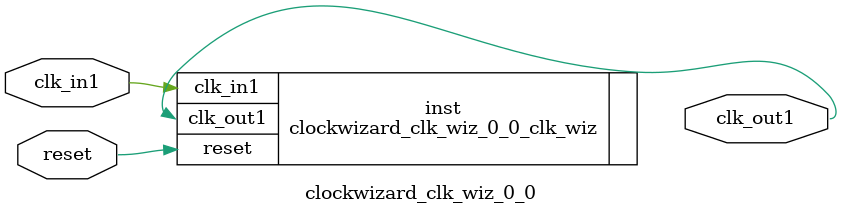
<source format=v>


`timescale 1ps/1ps

(* CORE_GENERATION_INFO = "clockwizard_clk_wiz_0_0,clk_wiz_v6_0_15_0_0,{component_name=clockwizard_clk_wiz_0_0,use_phase_alignment=true,use_min_o_jitter=false,use_max_i_jitter=false,use_dyn_phase_shift=false,use_inclk_switchover=false,use_dyn_reconfig=false,enable_axi=0,feedback_source=FDBK_AUTO,PRIMITIVE=MMCM,num_out_clk=1,clkin1_period=10.000,clkin2_period=10.000,use_power_down=false,use_reset=true,use_locked=false,use_inclk_stopped=false,feedback_type=SINGLE,CLOCK_MGR_TYPE=NA,manual_override=false}" *)

module clockwizard_clk_wiz_0_0 
 (
  // Clock out ports
  output        clk_out1,
  // Status and control signals
  input         reset,
 // Clock in ports
  input         clk_in1
 );

  clockwizard_clk_wiz_0_0_clk_wiz inst
  (
  // Clock out ports  
  .clk_out1(clk_out1),
  // Status and control signals               
  .reset(reset), 
 // Clock in ports
  .clk_in1(clk_in1)
  );

endmodule

</source>
